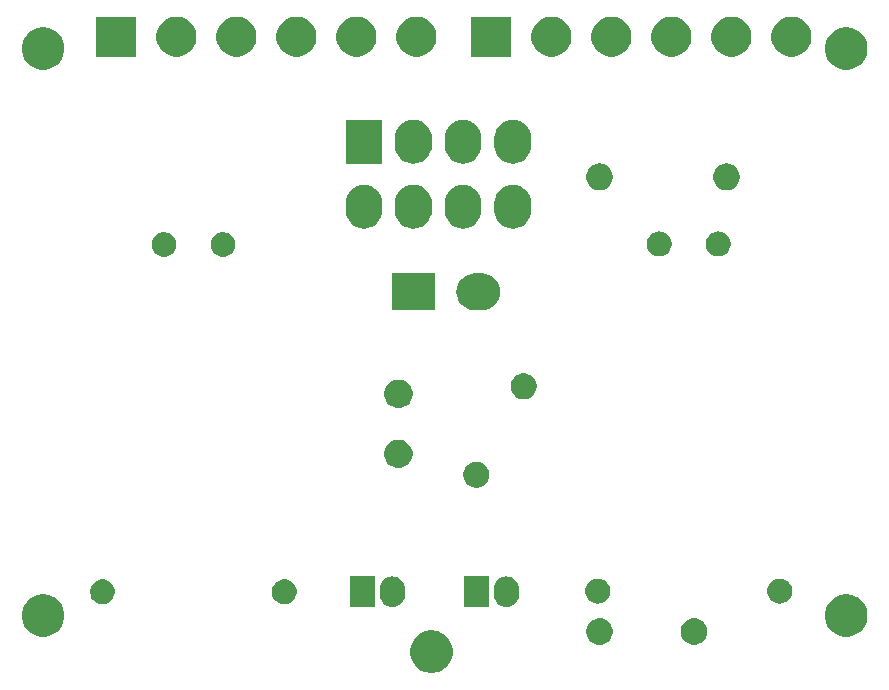
<source format=gts>
G04 #@! TF.GenerationSoftware,KiCad,Pcbnew,(5.0.2)-1*
G04 #@! TF.CreationDate,2019-01-12T13:13:32+01:00*
G04 #@! TF.ProjectId,P300_HiVolt,50333030-5f48-4695-966f-6c742e6b6963,rev?*
G04 #@! TF.SameCoordinates,Original*
G04 #@! TF.FileFunction,Soldermask,Top*
G04 #@! TF.FilePolarity,Negative*
%FSLAX46Y46*%
G04 Gerber Fmt 4.6, Leading zero omitted, Abs format (unit mm)*
G04 Created by KiCad (PCBNEW (5.0.2)-1) date 12.01.2019 13:13:32*
%MOMM*%
%LPD*%
G01*
G04 APERTURE LIST*
%ADD10C,0.100000*%
G04 APERTURE END LIST*
D10*
G36*
X119789122Y-113816115D02*
X119905041Y-113839173D01*
X120232620Y-113974861D01*
X120412630Y-114095140D01*
X120527436Y-114171851D01*
X120778149Y-114422564D01*
X120975140Y-114717382D01*
X121110827Y-115044960D01*
X121180000Y-115392714D01*
X121180000Y-115747286D01*
X121110827Y-116095040D01*
X120975140Y-116422618D01*
X120778149Y-116717436D01*
X120527436Y-116968149D01*
X120527433Y-116968151D01*
X120232620Y-117165139D01*
X119905041Y-117300827D01*
X119789122Y-117323885D01*
X119557286Y-117370000D01*
X119202714Y-117370000D01*
X118970878Y-117323885D01*
X118854959Y-117300827D01*
X118527380Y-117165139D01*
X118232567Y-116968151D01*
X118232564Y-116968149D01*
X117981851Y-116717436D01*
X117784860Y-116422618D01*
X117649173Y-116095040D01*
X117580000Y-115747286D01*
X117580000Y-115392714D01*
X117649173Y-115044960D01*
X117784860Y-114717382D01*
X117981851Y-114422564D01*
X118232564Y-114171851D01*
X118347370Y-114095140D01*
X118527380Y-113974861D01*
X118854959Y-113839173D01*
X118970878Y-113816115D01*
X119202714Y-113770000D01*
X119557286Y-113770000D01*
X119789122Y-113816115D01*
X119789122Y-113816115D01*
G37*
G36*
X141823621Y-112752370D02*
X141954609Y-112778425D01*
X142160256Y-112863607D01*
X142345333Y-112987271D01*
X142502729Y-113144667D01*
X142626393Y-113329744D01*
X142711575Y-113535391D01*
X142755000Y-113753705D01*
X142755000Y-113976295D01*
X142711575Y-114194609D01*
X142626393Y-114400256D01*
X142502729Y-114585333D01*
X142345333Y-114742729D01*
X142160256Y-114866393D01*
X141954609Y-114951575D01*
X141823621Y-114977630D01*
X141736297Y-114995000D01*
X141513703Y-114995000D01*
X141426379Y-114977630D01*
X141295391Y-114951575D01*
X141089744Y-114866393D01*
X140904667Y-114742729D01*
X140747271Y-114585333D01*
X140623607Y-114400256D01*
X140538425Y-114194609D01*
X140495000Y-113976295D01*
X140495000Y-113753705D01*
X140538425Y-113535391D01*
X140623607Y-113329744D01*
X140747271Y-113144667D01*
X140904667Y-112987271D01*
X141089744Y-112863607D01*
X141295391Y-112778425D01*
X141426379Y-112752370D01*
X141513703Y-112735000D01*
X141736297Y-112735000D01*
X141823621Y-112752370D01*
X141823621Y-112752370D01*
G37*
G36*
X133823621Y-112752370D02*
X133954609Y-112778425D01*
X134160256Y-112863607D01*
X134345333Y-112987271D01*
X134502729Y-113144667D01*
X134626393Y-113329744D01*
X134711575Y-113535391D01*
X134755000Y-113753705D01*
X134755000Y-113976295D01*
X134711575Y-114194609D01*
X134626393Y-114400256D01*
X134502729Y-114585333D01*
X134345333Y-114742729D01*
X134160256Y-114866393D01*
X133954609Y-114951575D01*
X133823621Y-114977630D01*
X133736297Y-114995000D01*
X133513703Y-114995000D01*
X133426379Y-114977630D01*
X133295391Y-114951575D01*
X133089744Y-114866393D01*
X132904667Y-114742729D01*
X132747271Y-114585333D01*
X132623607Y-114400256D01*
X132538425Y-114194609D01*
X132495000Y-113976295D01*
X132495000Y-113753705D01*
X132538425Y-113535391D01*
X132623607Y-113329744D01*
X132747271Y-113144667D01*
X132904667Y-112987271D01*
X133089744Y-112863607D01*
X133295391Y-112778425D01*
X133426379Y-112752370D01*
X133513703Y-112735000D01*
X133736297Y-112735000D01*
X133823621Y-112752370D01*
X133823621Y-112752370D01*
G37*
G36*
X154909122Y-110746115D02*
X155025041Y-110769173D01*
X155352620Y-110904861D01*
X155389875Y-110929754D01*
X155647436Y-111101851D01*
X155898149Y-111352564D01*
X156095140Y-111647382D01*
X156230827Y-111974960D01*
X156300000Y-112322714D01*
X156300000Y-112677286D01*
X156230827Y-113025040D01*
X156095140Y-113352618D01*
X155898149Y-113647436D01*
X155647436Y-113898149D01*
X155647433Y-113898151D01*
X155352620Y-114095139D01*
X155025041Y-114230827D01*
X154909122Y-114253885D01*
X154677286Y-114300000D01*
X154322714Y-114300000D01*
X154090878Y-114253885D01*
X153974959Y-114230827D01*
X153647380Y-114095139D01*
X153352567Y-113898151D01*
X153352564Y-113898149D01*
X153101851Y-113647436D01*
X152904860Y-113352618D01*
X152769173Y-113025040D01*
X152700000Y-112677286D01*
X152700000Y-112322714D01*
X152769173Y-111974960D01*
X152904860Y-111647382D01*
X153101851Y-111352564D01*
X153352564Y-111101851D01*
X153610125Y-110929754D01*
X153647380Y-110904861D01*
X153974959Y-110769173D01*
X154090878Y-110746115D01*
X154322714Y-110700000D01*
X154677286Y-110700000D01*
X154909122Y-110746115D01*
X154909122Y-110746115D01*
G37*
G36*
X86909122Y-110746115D02*
X87025041Y-110769173D01*
X87352620Y-110904861D01*
X87389875Y-110929754D01*
X87647436Y-111101851D01*
X87898149Y-111352564D01*
X88095140Y-111647382D01*
X88230827Y-111974960D01*
X88300000Y-112322714D01*
X88300000Y-112677286D01*
X88230827Y-113025040D01*
X88095140Y-113352618D01*
X87898149Y-113647436D01*
X87647436Y-113898149D01*
X87647433Y-113898151D01*
X87352620Y-114095139D01*
X87025041Y-114230827D01*
X86909122Y-114253885D01*
X86677286Y-114300000D01*
X86322714Y-114300000D01*
X86090878Y-114253885D01*
X85974959Y-114230827D01*
X85647380Y-114095139D01*
X85352567Y-113898151D01*
X85352564Y-113898149D01*
X85101851Y-113647436D01*
X84904860Y-113352618D01*
X84769173Y-113025040D01*
X84700000Y-112677286D01*
X84700000Y-112322714D01*
X84769173Y-111974960D01*
X84904860Y-111647382D01*
X85101851Y-111352564D01*
X85352564Y-111101851D01*
X85610125Y-110929754D01*
X85647380Y-110904861D01*
X85974959Y-110769173D01*
X86090878Y-110746115D01*
X86322714Y-110700000D01*
X86677286Y-110700000D01*
X86909122Y-110746115D01*
X86909122Y-110746115D01*
G37*
G36*
X125939756Y-109205482D02*
X126088970Y-109250746D01*
X126141455Y-109266667D01*
X126327336Y-109366022D01*
X126490265Y-109499735D01*
X126623978Y-109662663D01*
X126723333Y-109848544D01*
X126739254Y-109901029D01*
X126784518Y-110050243D01*
X126800000Y-110207436D01*
X126800000Y-110772563D01*
X126784518Y-110929756D01*
X126767043Y-110987362D01*
X126723333Y-111131455D01*
X126623978Y-111317337D01*
X126490265Y-111480265D01*
X126327337Y-111613978D01*
X126141456Y-111713333D01*
X126088971Y-111729254D01*
X125939757Y-111774518D01*
X125730000Y-111795177D01*
X125520244Y-111774518D01*
X125371030Y-111729254D01*
X125318545Y-111713333D01*
X125132664Y-111613978D01*
X124969736Y-111480265D01*
X124836024Y-111317338D01*
X124736666Y-111131453D01*
X124716271Y-111064220D01*
X124675482Y-110929757D01*
X124660000Y-110772564D01*
X124660000Y-110207437D01*
X124675482Y-110050244D01*
X124736666Y-109848549D01*
X124736667Y-109848545D01*
X124836022Y-109662664D01*
X124969735Y-109499735D01*
X125132663Y-109366022D01*
X125318544Y-109266667D01*
X125371029Y-109250746D01*
X125520243Y-109205482D01*
X125730000Y-109184823D01*
X125939756Y-109205482D01*
X125939756Y-109205482D01*
G37*
G36*
X116287756Y-109205482D02*
X116436970Y-109250746D01*
X116489455Y-109266667D01*
X116675336Y-109366022D01*
X116838265Y-109499735D01*
X116971978Y-109662663D01*
X117071333Y-109848544D01*
X117087254Y-109901029D01*
X117132518Y-110050243D01*
X117148000Y-110207436D01*
X117148000Y-110772563D01*
X117132518Y-110929756D01*
X117115043Y-110987362D01*
X117071333Y-111131455D01*
X116971978Y-111317337D01*
X116838265Y-111480265D01*
X116675337Y-111613978D01*
X116489456Y-111713333D01*
X116436971Y-111729254D01*
X116287757Y-111774518D01*
X116078000Y-111795177D01*
X115868244Y-111774518D01*
X115719030Y-111729254D01*
X115666545Y-111713333D01*
X115480664Y-111613978D01*
X115317736Y-111480265D01*
X115184024Y-111317338D01*
X115084666Y-111131453D01*
X115064271Y-111064220D01*
X115023482Y-110929757D01*
X115008000Y-110772564D01*
X115008000Y-110207437D01*
X115023482Y-110050244D01*
X115084666Y-109848549D01*
X115084667Y-109848545D01*
X115184022Y-109662664D01*
X115317735Y-109499735D01*
X115480663Y-109366022D01*
X115666544Y-109266667D01*
X115719029Y-109250746D01*
X115868243Y-109205482D01*
X116078000Y-109184823D01*
X116287756Y-109205482D01*
X116287756Y-109205482D01*
G37*
G36*
X124260000Y-111790000D02*
X122120000Y-111790000D01*
X122120000Y-109190000D01*
X124260000Y-109190000D01*
X124260000Y-111790000D01*
X124260000Y-111790000D01*
G37*
G36*
X114608000Y-111790000D02*
X112468000Y-111790000D01*
X112468000Y-109190000D01*
X114608000Y-109190000D01*
X114608000Y-111790000D01*
X114608000Y-111790000D01*
G37*
G36*
X107059888Y-109444470D02*
X107240274Y-109480350D01*
X107431362Y-109559502D01*
X107603336Y-109674411D01*
X107749589Y-109820664D01*
X107864498Y-109992638D01*
X107943650Y-110183726D01*
X107984000Y-110386584D01*
X107984000Y-110593416D01*
X107943650Y-110796274D01*
X107864498Y-110987362D01*
X107749589Y-111159336D01*
X107603336Y-111305589D01*
X107431362Y-111420498D01*
X107240274Y-111499650D01*
X107059888Y-111535530D01*
X107037417Y-111540000D01*
X106830583Y-111540000D01*
X106808112Y-111535530D01*
X106627726Y-111499650D01*
X106436638Y-111420498D01*
X106264664Y-111305589D01*
X106118411Y-111159336D01*
X106003502Y-110987362D01*
X105924350Y-110796274D01*
X105884000Y-110593416D01*
X105884000Y-110386584D01*
X105924350Y-110183726D01*
X106003502Y-109992638D01*
X106118411Y-109820664D01*
X106264664Y-109674411D01*
X106436638Y-109559502D01*
X106627726Y-109480350D01*
X106808112Y-109444470D01*
X106830583Y-109440000D01*
X107037417Y-109440000D01*
X107059888Y-109444470D01*
X107059888Y-109444470D01*
G37*
G36*
X91659888Y-109444470D02*
X91840274Y-109480350D01*
X92031362Y-109559502D01*
X92203336Y-109674411D01*
X92349589Y-109820664D01*
X92464498Y-109992638D01*
X92543650Y-110183726D01*
X92584000Y-110386584D01*
X92584000Y-110593416D01*
X92543650Y-110796274D01*
X92464498Y-110987362D01*
X92349589Y-111159336D01*
X92203336Y-111305589D01*
X92031362Y-111420498D01*
X91840274Y-111499650D01*
X91659888Y-111535530D01*
X91637417Y-111540000D01*
X91430583Y-111540000D01*
X91408112Y-111535530D01*
X91227726Y-111499650D01*
X91036638Y-111420498D01*
X90864664Y-111305589D01*
X90718411Y-111159336D01*
X90603502Y-110987362D01*
X90524350Y-110796274D01*
X90484000Y-110593416D01*
X90484000Y-110386584D01*
X90524350Y-110183726D01*
X90603502Y-109992638D01*
X90718411Y-109820664D01*
X90864664Y-109674411D01*
X91036638Y-109559502D01*
X91227726Y-109480350D01*
X91408112Y-109444470D01*
X91430583Y-109440000D01*
X91637417Y-109440000D01*
X91659888Y-109444470D01*
X91659888Y-109444470D01*
G37*
G36*
X148989888Y-109394470D02*
X149170274Y-109430350D01*
X149361362Y-109509502D01*
X149533336Y-109624411D01*
X149679589Y-109770664D01*
X149794498Y-109942638D01*
X149873650Y-110133726D01*
X149914000Y-110336584D01*
X149914000Y-110543416D01*
X149873650Y-110746274D01*
X149794498Y-110937362D01*
X149679589Y-111109336D01*
X149533336Y-111255589D01*
X149361362Y-111370498D01*
X149170274Y-111449650D01*
X148989888Y-111485530D01*
X148967417Y-111490000D01*
X148760583Y-111490000D01*
X148738112Y-111485530D01*
X148557726Y-111449650D01*
X148366638Y-111370498D01*
X148194664Y-111255589D01*
X148048411Y-111109336D01*
X147933502Y-110937362D01*
X147854350Y-110746274D01*
X147814000Y-110543416D01*
X147814000Y-110336584D01*
X147854350Y-110133726D01*
X147933502Y-109942638D01*
X148048411Y-109770664D01*
X148194664Y-109624411D01*
X148366638Y-109509502D01*
X148557726Y-109430350D01*
X148738112Y-109394470D01*
X148760583Y-109390000D01*
X148967417Y-109390000D01*
X148989888Y-109394470D01*
X148989888Y-109394470D01*
G37*
G36*
X133589888Y-109394470D02*
X133770274Y-109430350D01*
X133961362Y-109509502D01*
X134133336Y-109624411D01*
X134279589Y-109770664D01*
X134394498Y-109942638D01*
X134473650Y-110133726D01*
X134514000Y-110336584D01*
X134514000Y-110543416D01*
X134473650Y-110746274D01*
X134394498Y-110937362D01*
X134279589Y-111109336D01*
X134133336Y-111255589D01*
X133961362Y-111370498D01*
X133770274Y-111449650D01*
X133589888Y-111485530D01*
X133567417Y-111490000D01*
X133360583Y-111490000D01*
X133338112Y-111485530D01*
X133157726Y-111449650D01*
X132966638Y-111370498D01*
X132794664Y-111255589D01*
X132648411Y-111109336D01*
X132533502Y-110937362D01*
X132454350Y-110746274D01*
X132414000Y-110543416D01*
X132414000Y-110336584D01*
X132454350Y-110133726D01*
X132533502Y-109942638D01*
X132648411Y-109770664D01*
X132794664Y-109624411D01*
X132966638Y-109509502D01*
X133157726Y-109430350D01*
X133338112Y-109394470D01*
X133360583Y-109390000D01*
X133567417Y-109390000D01*
X133589888Y-109394470D01*
X133589888Y-109394470D01*
G37*
G36*
X123510857Y-99526272D02*
X123711042Y-99609191D01*
X123891213Y-99729578D01*
X124044422Y-99882787D01*
X124044424Y-99882790D01*
X124044425Y-99882791D01*
X124126751Y-100006000D01*
X124164809Y-100062958D01*
X124247728Y-100263143D01*
X124290000Y-100475658D01*
X124290000Y-100692342D01*
X124247728Y-100904857D01*
X124164809Y-101105042D01*
X124044422Y-101285213D01*
X123891213Y-101438422D01*
X123711042Y-101558809D01*
X123510857Y-101641728D01*
X123298342Y-101684000D01*
X123081658Y-101684000D01*
X122869143Y-101641728D01*
X122668958Y-101558809D01*
X122488787Y-101438422D01*
X122335578Y-101285213D01*
X122215191Y-101105042D01*
X122132272Y-100904857D01*
X122090000Y-100692342D01*
X122090000Y-100475658D01*
X122132272Y-100263143D01*
X122215191Y-100062958D01*
X122253249Y-100006000D01*
X122335575Y-99882791D01*
X122335576Y-99882790D01*
X122335578Y-99882787D01*
X122488787Y-99729578D01*
X122668958Y-99609191D01*
X122869143Y-99526272D01*
X123081658Y-99484000D01*
X123298342Y-99484000D01*
X123510857Y-99526272D01*
X123510857Y-99526272D01*
G37*
G36*
X116936026Y-97652115D02*
X117154412Y-97742573D01*
X117350958Y-97873901D01*
X117518099Y-98041042D01*
X117649427Y-98237588D01*
X117739885Y-98455974D01*
X117786000Y-98687809D01*
X117786000Y-98924191D01*
X117739885Y-99156026D01*
X117649427Y-99374412D01*
X117518099Y-99570958D01*
X117350958Y-99738099D01*
X117154412Y-99869427D01*
X116936026Y-99959885D01*
X116704191Y-100006000D01*
X116467809Y-100006000D01*
X116235974Y-99959885D01*
X116017588Y-99869427D01*
X115821042Y-99738099D01*
X115653901Y-99570958D01*
X115522573Y-99374412D01*
X115432115Y-99156026D01*
X115386000Y-98924191D01*
X115386000Y-98687809D01*
X115432115Y-98455974D01*
X115522573Y-98237588D01*
X115653901Y-98041042D01*
X115821042Y-97873901D01*
X116017588Y-97742573D01*
X116235974Y-97652115D01*
X116467809Y-97606000D01*
X116704191Y-97606000D01*
X116936026Y-97652115D01*
X116936026Y-97652115D01*
G37*
G36*
X116946026Y-92572115D02*
X117164412Y-92662573D01*
X117360958Y-92793901D01*
X117528099Y-92961042D01*
X117659427Y-93157588D01*
X117749885Y-93375974D01*
X117796000Y-93607809D01*
X117796000Y-93844191D01*
X117749885Y-94076026D01*
X117659427Y-94294412D01*
X117528099Y-94490958D01*
X117360958Y-94658099D01*
X117164412Y-94789427D01*
X116946026Y-94879885D01*
X116714191Y-94926000D01*
X116477809Y-94926000D01*
X116245974Y-94879885D01*
X116027588Y-94789427D01*
X115831042Y-94658099D01*
X115663901Y-94490958D01*
X115532573Y-94294412D01*
X115442115Y-94076026D01*
X115396000Y-93844191D01*
X115396000Y-93607809D01*
X115442115Y-93375974D01*
X115532573Y-93157588D01*
X115663901Y-92961042D01*
X115831042Y-92793901D01*
X116027588Y-92662573D01*
X116245974Y-92572115D01*
X116477809Y-92526000D01*
X116714191Y-92526000D01*
X116946026Y-92572115D01*
X116946026Y-92572115D01*
G37*
G36*
X127510857Y-92026272D02*
X127711042Y-92109191D01*
X127891213Y-92229578D01*
X128044422Y-92382787D01*
X128164809Y-92562958D01*
X128247728Y-92763143D01*
X128290000Y-92975658D01*
X128290000Y-93192342D01*
X128247728Y-93404857D01*
X128164809Y-93605042D01*
X128044422Y-93785213D01*
X127891213Y-93938422D01*
X127711042Y-94058809D01*
X127510857Y-94141728D01*
X127298342Y-94184000D01*
X127081658Y-94184000D01*
X126869143Y-94141728D01*
X126668958Y-94058809D01*
X126488787Y-93938422D01*
X126335578Y-93785213D01*
X126215191Y-93605042D01*
X126132272Y-93404857D01*
X126090000Y-93192342D01*
X126090000Y-92975658D01*
X126132272Y-92763143D01*
X126215191Y-92562958D01*
X126335578Y-92382787D01*
X126488787Y-92229578D01*
X126668958Y-92109191D01*
X126869143Y-92026272D01*
X127081658Y-91984000D01*
X127298342Y-91984000D01*
X127510857Y-92026272D01*
X127510857Y-92026272D01*
G37*
G36*
X119706000Y-86640000D02*
X116006000Y-86640000D01*
X116006000Y-83540000D01*
X119706000Y-83540000D01*
X119706000Y-86640000D01*
X119706000Y-86640000D01*
G37*
G36*
X123959854Y-83562427D02*
X124252027Y-83651058D01*
X124252029Y-83651059D01*
X124521300Y-83794987D01*
X124521302Y-83794988D01*
X124521301Y-83794988D01*
X124757318Y-83988682D01*
X124951012Y-84224699D01*
X125094942Y-84493973D01*
X125183573Y-84786146D01*
X125213499Y-85090000D01*
X125183573Y-85393854D01*
X125094942Y-85686027D01*
X125094941Y-85686029D01*
X124951013Y-85955300D01*
X124757318Y-86191318D01*
X124521300Y-86385013D01*
X124252029Y-86528941D01*
X124252027Y-86528942D01*
X123959854Y-86617573D01*
X123732142Y-86640000D01*
X122979858Y-86640000D01*
X122752146Y-86617573D01*
X122459973Y-86528942D01*
X122459971Y-86528941D01*
X122190700Y-86385013D01*
X121954682Y-86191318D01*
X121760987Y-85955300D01*
X121617059Y-85686029D01*
X121617058Y-85686027D01*
X121528427Y-85393854D01*
X121498501Y-85090000D01*
X121528427Y-84786146D01*
X121617058Y-84493973D01*
X121760988Y-84224699D01*
X121954682Y-83988682D01*
X122190699Y-83794988D01*
X122190698Y-83794988D01*
X122190700Y-83794987D01*
X122459971Y-83651059D01*
X122459973Y-83651058D01*
X122752146Y-83562427D01*
X122979858Y-83540000D01*
X123732142Y-83540000D01*
X123959854Y-83562427D01*
X123959854Y-83562427D01*
G37*
G36*
X101859888Y-80044470D02*
X102040274Y-80080350D01*
X102231362Y-80159502D01*
X102403336Y-80274411D01*
X102549589Y-80420664D01*
X102664498Y-80592638D01*
X102743650Y-80783726D01*
X102784000Y-80986584D01*
X102784000Y-81193416D01*
X102743650Y-81396274D01*
X102664498Y-81587362D01*
X102549589Y-81759336D01*
X102403336Y-81905589D01*
X102231362Y-82020498D01*
X102040274Y-82099650D01*
X101859888Y-82135530D01*
X101837417Y-82140000D01*
X101630583Y-82140000D01*
X101608112Y-82135530D01*
X101427726Y-82099650D01*
X101236638Y-82020498D01*
X101064664Y-81905589D01*
X100918411Y-81759336D01*
X100803502Y-81587362D01*
X100724350Y-81396274D01*
X100684000Y-81193416D01*
X100684000Y-80986584D01*
X100724350Y-80783726D01*
X100803502Y-80592638D01*
X100918411Y-80420664D01*
X101064664Y-80274411D01*
X101236638Y-80159502D01*
X101427726Y-80080350D01*
X101608112Y-80044470D01*
X101630583Y-80040000D01*
X101837417Y-80040000D01*
X101859888Y-80044470D01*
X101859888Y-80044470D01*
G37*
G36*
X96859888Y-80044470D02*
X97040274Y-80080350D01*
X97231362Y-80159502D01*
X97403336Y-80274411D01*
X97549589Y-80420664D01*
X97664498Y-80592638D01*
X97743650Y-80783726D01*
X97784000Y-80986584D01*
X97784000Y-81193416D01*
X97743650Y-81396274D01*
X97664498Y-81587362D01*
X97549589Y-81759336D01*
X97403336Y-81905589D01*
X97231362Y-82020498D01*
X97040274Y-82099650D01*
X96859888Y-82135530D01*
X96837417Y-82140000D01*
X96630583Y-82140000D01*
X96608112Y-82135530D01*
X96427726Y-82099650D01*
X96236638Y-82020498D01*
X96064664Y-81905589D01*
X95918411Y-81759336D01*
X95803502Y-81587362D01*
X95724350Y-81396274D01*
X95684000Y-81193416D01*
X95684000Y-80986584D01*
X95724350Y-80783726D01*
X95803502Y-80592638D01*
X95918411Y-80420664D01*
X96064664Y-80274411D01*
X96236638Y-80159502D01*
X96427726Y-80080350D01*
X96608112Y-80044470D01*
X96630583Y-80040000D01*
X96837417Y-80040000D01*
X96859888Y-80044470D01*
X96859888Y-80044470D01*
G37*
G36*
X143789888Y-79994470D02*
X143970274Y-80030350D01*
X144161362Y-80109502D01*
X144333336Y-80224411D01*
X144479589Y-80370664D01*
X144594498Y-80542638D01*
X144673650Y-80733726D01*
X144714000Y-80936584D01*
X144714000Y-81143416D01*
X144673650Y-81346274D01*
X144594498Y-81537362D01*
X144479589Y-81709336D01*
X144333336Y-81855589D01*
X144161362Y-81970498D01*
X143970274Y-82049650D01*
X143789888Y-82085530D01*
X143767417Y-82090000D01*
X143560583Y-82090000D01*
X143538112Y-82085530D01*
X143357726Y-82049650D01*
X143166638Y-81970498D01*
X142994664Y-81855589D01*
X142848411Y-81709336D01*
X142733502Y-81537362D01*
X142654350Y-81346274D01*
X142614000Y-81143416D01*
X142614000Y-80936584D01*
X142654350Y-80733726D01*
X142733502Y-80542638D01*
X142848411Y-80370664D01*
X142994664Y-80224411D01*
X143166638Y-80109502D01*
X143357726Y-80030350D01*
X143538112Y-79994470D01*
X143560583Y-79990000D01*
X143767417Y-79990000D01*
X143789888Y-79994470D01*
X143789888Y-79994470D01*
G37*
G36*
X138789888Y-79994470D02*
X138970274Y-80030350D01*
X139161362Y-80109502D01*
X139333336Y-80224411D01*
X139479589Y-80370664D01*
X139594498Y-80542638D01*
X139673650Y-80733726D01*
X139714000Y-80936584D01*
X139714000Y-81143416D01*
X139673650Y-81346274D01*
X139594498Y-81537362D01*
X139479589Y-81709336D01*
X139333336Y-81855589D01*
X139161362Y-81970498D01*
X138970274Y-82049650D01*
X138789888Y-82085530D01*
X138767417Y-82090000D01*
X138560583Y-82090000D01*
X138538112Y-82085530D01*
X138357726Y-82049650D01*
X138166638Y-81970498D01*
X137994664Y-81855589D01*
X137848411Y-81709336D01*
X137733502Y-81537362D01*
X137654350Y-81346274D01*
X137614000Y-81143416D01*
X137614000Y-80936584D01*
X137654350Y-80733726D01*
X137733502Y-80542638D01*
X137848411Y-80370664D01*
X137994664Y-80224411D01*
X138166638Y-80109502D01*
X138357726Y-80030350D01*
X138538112Y-79994470D01*
X138560583Y-79990000D01*
X138767417Y-79990000D01*
X138789888Y-79994470D01*
X138789888Y-79994470D01*
G37*
G36*
X113968853Y-76062427D02*
X114261026Y-76151058D01*
X114530301Y-76294988D01*
X114617307Y-76366392D01*
X114766318Y-76488682D01*
X114960013Y-76724700D01*
X115103941Y-76993971D01*
X115103942Y-76993973D01*
X115192573Y-77286146D01*
X115215000Y-77513858D01*
X115215000Y-78266141D01*
X115192573Y-78493848D01*
X115192572Y-78493851D01*
X115192572Y-78493852D01*
X115103941Y-78786029D01*
X114960013Y-79055300D01*
X114766318Y-79291318D01*
X114530300Y-79485013D01*
X114261029Y-79628941D01*
X114261027Y-79628942D01*
X113968854Y-79717573D01*
X113665000Y-79747499D01*
X113361147Y-79717573D01*
X113068974Y-79628942D01*
X112799699Y-79485012D01*
X112563682Y-79291318D01*
X112369988Y-79055301D01*
X112226058Y-78786027D01*
X112137427Y-78493854D01*
X112115000Y-78266142D01*
X112115000Y-77513859D01*
X112137427Y-77286147D01*
X112226058Y-76993974D01*
X112369988Y-76724699D01*
X112563682Y-76488682D01*
X112799699Y-76294988D01*
X112799698Y-76294988D01*
X112799700Y-76294987D01*
X113068971Y-76151059D01*
X113068973Y-76151058D01*
X113361146Y-76062427D01*
X113665000Y-76032501D01*
X113968853Y-76062427D01*
X113968853Y-76062427D01*
G37*
G36*
X118168853Y-76062427D02*
X118461026Y-76151058D01*
X118730301Y-76294988D01*
X118817307Y-76366392D01*
X118966318Y-76488682D01*
X119160013Y-76724700D01*
X119303941Y-76993971D01*
X119303942Y-76993973D01*
X119392573Y-77286146D01*
X119415000Y-77513858D01*
X119415000Y-78266141D01*
X119392573Y-78493848D01*
X119392572Y-78493851D01*
X119392572Y-78493852D01*
X119303941Y-78786029D01*
X119160013Y-79055300D01*
X118966318Y-79291318D01*
X118730300Y-79485013D01*
X118461029Y-79628941D01*
X118461027Y-79628942D01*
X118168854Y-79717573D01*
X117865000Y-79747499D01*
X117561147Y-79717573D01*
X117268974Y-79628942D01*
X116999699Y-79485012D01*
X116763682Y-79291318D01*
X116569988Y-79055301D01*
X116426058Y-78786027D01*
X116337427Y-78493854D01*
X116315000Y-78266142D01*
X116315000Y-77513859D01*
X116337427Y-77286147D01*
X116426058Y-76993974D01*
X116569988Y-76724699D01*
X116763682Y-76488682D01*
X116999699Y-76294988D01*
X116999698Y-76294988D01*
X116999700Y-76294987D01*
X117268971Y-76151059D01*
X117268973Y-76151058D01*
X117561146Y-76062427D01*
X117865000Y-76032501D01*
X118168853Y-76062427D01*
X118168853Y-76062427D01*
G37*
G36*
X126568853Y-76062427D02*
X126861026Y-76151058D01*
X127130301Y-76294988D01*
X127217307Y-76366392D01*
X127366318Y-76488682D01*
X127560013Y-76724700D01*
X127703941Y-76993971D01*
X127703942Y-76993973D01*
X127792573Y-77286146D01*
X127815000Y-77513858D01*
X127815000Y-78266141D01*
X127792573Y-78493848D01*
X127792572Y-78493851D01*
X127792572Y-78493852D01*
X127703941Y-78786029D01*
X127560013Y-79055300D01*
X127366318Y-79291318D01*
X127130300Y-79485013D01*
X126861029Y-79628941D01*
X126861027Y-79628942D01*
X126568854Y-79717573D01*
X126265000Y-79747499D01*
X125961147Y-79717573D01*
X125668974Y-79628942D01*
X125399699Y-79485012D01*
X125163682Y-79291318D01*
X124969988Y-79055301D01*
X124826058Y-78786027D01*
X124737427Y-78493854D01*
X124715000Y-78266142D01*
X124715000Y-77513859D01*
X124737427Y-77286147D01*
X124826058Y-76993974D01*
X124969988Y-76724699D01*
X125163682Y-76488682D01*
X125399699Y-76294988D01*
X125399698Y-76294988D01*
X125399700Y-76294987D01*
X125668971Y-76151059D01*
X125668973Y-76151058D01*
X125961146Y-76062427D01*
X126265000Y-76032501D01*
X126568853Y-76062427D01*
X126568853Y-76062427D01*
G37*
G36*
X122368853Y-76062427D02*
X122661026Y-76151058D01*
X122930301Y-76294988D01*
X123017307Y-76366392D01*
X123166318Y-76488682D01*
X123360013Y-76724700D01*
X123503941Y-76993971D01*
X123503942Y-76993973D01*
X123592573Y-77286146D01*
X123615000Y-77513858D01*
X123615000Y-78266141D01*
X123592573Y-78493848D01*
X123592572Y-78493851D01*
X123592572Y-78493852D01*
X123503941Y-78786029D01*
X123360013Y-79055300D01*
X123166318Y-79291318D01*
X122930300Y-79485013D01*
X122661029Y-79628941D01*
X122661027Y-79628942D01*
X122368854Y-79717573D01*
X122065000Y-79747499D01*
X121761147Y-79717573D01*
X121468974Y-79628942D01*
X121199699Y-79485012D01*
X120963682Y-79291318D01*
X120769988Y-79055301D01*
X120626058Y-78786027D01*
X120537427Y-78493854D01*
X120515000Y-78266142D01*
X120515000Y-77513859D01*
X120537427Y-77286147D01*
X120626058Y-76993974D01*
X120769988Y-76724699D01*
X120963682Y-76488682D01*
X121199699Y-76294988D01*
X121199698Y-76294988D01*
X121199700Y-76294987D01*
X121468971Y-76151059D01*
X121468973Y-76151058D01*
X121761146Y-76062427D01*
X122065000Y-76032501D01*
X122368853Y-76062427D01*
X122368853Y-76062427D01*
G37*
G36*
X133823621Y-74252370D02*
X133954609Y-74278425D01*
X134160256Y-74363607D01*
X134345333Y-74487271D01*
X134502729Y-74644667D01*
X134626393Y-74829744D01*
X134711575Y-75035391D01*
X134755000Y-75253705D01*
X134755000Y-75476295D01*
X134711575Y-75694609D01*
X134626393Y-75900256D01*
X134502729Y-76085333D01*
X134345333Y-76242729D01*
X134160256Y-76366393D01*
X133954609Y-76451575D01*
X133823621Y-76477630D01*
X133736297Y-76495000D01*
X133513703Y-76495000D01*
X133426379Y-76477630D01*
X133295391Y-76451575D01*
X133089744Y-76366393D01*
X132904667Y-76242729D01*
X132747271Y-76085333D01*
X132623607Y-75900256D01*
X132538425Y-75694609D01*
X132495000Y-75476295D01*
X132495000Y-75253705D01*
X132538425Y-75035391D01*
X132623607Y-74829744D01*
X132747271Y-74644667D01*
X132904667Y-74487271D01*
X133089744Y-74363607D01*
X133295391Y-74278425D01*
X133426379Y-74252370D01*
X133513703Y-74235000D01*
X133736297Y-74235000D01*
X133823621Y-74252370D01*
X133823621Y-74252370D01*
G37*
G36*
X144573621Y-74252370D02*
X144704609Y-74278425D01*
X144910256Y-74363607D01*
X145095333Y-74487271D01*
X145252729Y-74644667D01*
X145376393Y-74829744D01*
X145461575Y-75035391D01*
X145505000Y-75253705D01*
X145505000Y-75476295D01*
X145461575Y-75694609D01*
X145376393Y-75900256D01*
X145252729Y-76085333D01*
X145095333Y-76242729D01*
X144910256Y-76366393D01*
X144704609Y-76451575D01*
X144573621Y-76477630D01*
X144486297Y-76495000D01*
X144263703Y-76495000D01*
X144176379Y-76477630D01*
X144045391Y-76451575D01*
X143839744Y-76366393D01*
X143654667Y-76242729D01*
X143497271Y-76085333D01*
X143373607Y-75900256D01*
X143288425Y-75694609D01*
X143245000Y-75476295D01*
X143245000Y-75253705D01*
X143288425Y-75035391D01*
X143373607Y-74829744D01*
X143497271Y-74644667D01*
X143654667Y-74487271D01*
X143839744Y-74363607D01*
X144045391Y-74278425D01*
X144176379Y-74252370D01*
X144263703Y-74235000D01*
X144486297Y-74235000D01*
X144573621Y-74252370D01*
X144573621Y-74252370D01*
G37*
G36*
X126568853Y-70562427D02*
X126861026Y-70651058D01*
X127130301Y-70794988D01*
X127366318Y-70988682D01*
X127560013Y-71224700D01*
X127703941Y-71493971D01*
X127703942Y-71493973D01*
X127792573Y-71786146D01*
X127815000Y-72013858D01*
X127815000Y-72766141D01*
X127792573Y-72993848D01*
X127792572Y-72993851D01*
X127792572Y-72993852D01*
X127703941Y-73286029D01*
X127560013Y-73555300D01*
X127366318Y-73791318D01*
X127130300Y-73985013D01*
X126861029Y-74128941D01*
X126861027Y-74128942D01*
X126568854Y-74217573D01*
X126265000Y-74247499D01*
X125961147Y-74217573D01*
X125668974Y-74128942D01*
X125399699Y-73985012D01*
X125163682Y-73791318D01*
X124969988Y-73555301D01*
X124826058Y-73286027D01*
X124737427Y-72993854D01*
X124715000Y-72766142D01*
X124715000Y-72013859D01*
X124737427Y-71786147D01*
X124826058Y-71493974D01*
X124969988Y-71224699D01*
X125163682Y-70988682D01*
X125399699Y-70794988D01*
X125399698Y-70794988D01*
X125399700Y-70794987D01*
X125668971Y-70651059D01*
X125668973Y-70651058D01*
X125961146Y-70562427D01*
X126265000Y-70532501D01*
X126568853Y-70562427D01*
X126568853Y-70562427D01*
G37*
G36*
X122368853Y-70562427D02*
X122661026Y-70651058D01*
X122930301Y-70794988D01*
X123166318Y-70988682D01*
X123360013Y-71224700D01*
X123503941Y-71493971D01*
X123503942Y-71493973D01*
X123592573Y-71786146D01*
X123615000Y-72013858D01*
X123615000Y-72766141D01*
X123592573Y-72993848D01*
X123592572Y-72993851D01*
X123592572Y-72993852D01*
X123503941Y-73286029D01*
X123360013Y-73555300D01*
X123166318Y-73791318D01*
X122930300Y-73985013D01*
X122661029Y-74128941D01*
X122661027Y-74128942D01*
X122368854Y-74217573D01*
X122065000Y-74247499D01*
X121761147Y-74217573D01*
X121468974Y-74128942D01*
X121199699Y-73985012D01*
X120963682Y-73791318D01*
X120769988Y-73555301D01*
X120626058Y-73286027D01*
X120537427Y-72993854D01*
X120515000Y-72766142D01*
X120515000Y-72013859D01*
X120537427Y-71786147D01*
X120626058Y-71493974D01*
X120769988Y-71224699D01*
X120963682Y-70988682D01*
X121199699Y-70794988D01*
X121199698Y-70794988D01*
X121199700Y-70794987D01*
X121468971Y-70651059D01*
X121468973Y-70651058D01*
X121761146Y-70562427D01*
X122065000Y-70532501D01*
X122368853Y-70562427D01*
X122368853Y-70562427D01*
G37*
G36*
X118168853Y-70562427D02*
X118461026Y-70651058D01*
X118730301Y-70794988D01*
X118966318Y-70988682D01*
X119160013Y-71224700D01*
X119303941Y-71493971D01*
X119303942Y-71493973D01*
X119392573Y-71786146D01*
X119415000Y-72013858D01*
X119415000Y-72766141D01*
X119392573Y-72993848D01*
X119392572Y-72993851D01*
X119392572Y-72993852D01*
X119303941Y-73286029D01*
X119160013Y-73555300D01*
X118966318Y-73791318D01*
X118730300Y-73985013D01*
X118461029Y-74128941D01*
X118461027Y-74128942D01*
X118168854Y-74217573D01*
X117865000Y-74247499D01*
X117561147Y-74217573D01*
X117268974Y-74128942D01*
X116999699Y-73985012D01*
X116763682Y-73791318D01*
X116569988Y-73555301D01*
X116426058Y-73286027D01*
X116337427Y-72993854D01*
X116315000Y-72766142D01*
X116315000Y-72013859D01*
X116337427Y-71786147D01*
X116426058Y-71493974D01*
X116569988Y-71224699D01*
X116763682Y-70988682D01*
X116999699Y-70794988D01*
X116999698Y-70794988D01*
X116999700Y-70794987D01*
X117268971Y-70651059D01*
X117268973Y-70651058D01*
X117561146Y-70562427D01*
X117865000Y-70532501D01*
X118168853Y-70562427D01*
X118168853Y-70562427D01*
G37*
G36*
X115215000Y-74240000D02*
X112115000Y-74240000D01*
X112115000Y-70540000D01*
X115215000Y-70540000D01*
X115215000Y-74240000D01*
X115215000Y-74240000D01*
G37*
G36*
X154909122Y-62746115D02*
X155025041Y-62769173D01*
X155352620Y-62904861D01*
X155501183Y-63004128D01*
X155647436Y-63101851D01*
X155898149Y-63352564D01*
X155898151Y-63352567D01*
X156095139Y-63647380D01*
X156230827Y-63974959D01*
X156234987Y-63995872D01*
X156300000Y-64322714D01*
X156300000Y-64677286D01*
X156230827Y-65025040D01*
X156095140Y-65352618D01*
X155898149Y-65647436D01*
X155647436Y-65898149D01*
X155647433Y-65898151D01*
X155352620Y-66095139D01*
X155025041Y-66230827D01*
X154909122Y-66253885D01*
X154677286Y-66300000D01*
X154322714Y-66300000D01*
X154090878Y-66253885D01*
X153974959Y-66230827D01*
X153647380Y-66095139D01*
X153352567Y-65898151D01*
X153352564Y-65898149D01*
X153101851Y-65647436D01*
X152904860Y-65352618D01*
X152769173Y-65025040D01*
X152700000Y-64677286D01*
X152700000Y-64322714D01*
X152765013Y-63995872D01*
X152769173Y-63974959D01*
X152904861Y-63647380D01*
X153101849Y-63352567D01*
X153101851Y-63352564D01*
X153352564Y-63101851D01*
X153498817Y-63004128D01*
X153647380Y-62904861D01*
X153974959Y-62769173D01*
X154090878Y-62746115D01*
X154322714Y-62700000D01*
X154677286Y-62700000D01*
X154909122Y-62746115D01*
X154909122Y-62746115D01*
G37*
G36*
X86909122Y-62746115D02*
X87025041Y-62769173D01*
X87352620Y-62904861D01*
X87501183Y-63004128D01*
X87647436Y-63101851D01*
X87898149Y-63352564D01*
X87898151Y-63352567D01*
X88095139Y-63647380D01*
X88230827Y-63974959D01*
X88234987Y-63995872D01*
X88300000Y-64322714D01*
X88300000Y-64677286D01*
X88230827Y-65025040D01*
X88095140Y-65352618D01*
X87898149Y-65647436D01*
X87647436Y-65898149D01*
X87647433Y-65898151D01*
X87352620Y-66095139D01*
X87025041Y-66230827D01*
X86909122Y-66253885D01*
X86677286Y-66300000D01*
X86322714Y-66300000D01*
X86090878Y-66253885D01*
X85974959Y-66230827D01*
X85647380Y-66095139D01*
X85352567Y-65898151D01*
X85352564Y-65898149D01*
X85101851Y-65647436D01*
X84904860Y-65352618D01*
X84769173Y-65025040D01*
X84700000Y-64677286D01*
X84700000Y-64322714D01*
X84765013Y-63995872D01*
X84769173Y-63974959D01*
X84904861Y-63647380D01*
X85101849Y-63352567D01*
X85101851Y-63352564D01*
X85352564Y-63101851D01*
X85498817Y-63004128D01*
X85647380Y-62904861D01*
X85974959Y-62769173D01*
X86090878Y-62746115D01*
X86322714Y-62700000D01*
X86677286Y-62700000D01*
X86909122Y-62746115D01*
X86909122Y-62746115D01*
G37*
G36*
X94410000Y-65200000D02*
X91010000Y-65200000D01*
X91010000Y-61800000D01*
X94410000Y-61800000D01*
X94410000Y-65200000D01*
X94410000Y-65200000D01*
G37*
G36*
X98176393Y-61843553D02*
X98285872Y-61865330D01*
X98595252Y-61993479D01*
X98873687Y-62179523D01*
X99110477Y-62416313D01*
X99296521Y-62694748D01*
X99424670Y-63004128D01*
X99490000Y-63332565D01*
X99490000Y-63667435D01*
X99424670Y-63995872D01*
X99296521Y-64305252D01*
X99110477Y-64583687D01*
X98873687Y-64820477D01*
X98595252Y-65006521D01*
X98285872Y-65134670D01*
X98176393Y-65156447D01*
X97957437Y-65200000D01*
X97622563Y-65200000D01*
X97403607Y-65156447D01*
X97294128Y-65134670D01*
X96984748Y-65006521D01*
X96706313Y-64820477D01*
X96469523Y-64583687D01*
X96283479Y-64305252D01*
X96155330Y-63995872D01*
X96090000Y-63667435D01*
X96090000Y-63332565D01*
X96155330Y-63004128D01*
X96283479Y-62694748D01*
X96469523Y-62416313D01*
X96706313Y-62179523D01*
X96984748Y-61993479D01*
X97294128Y-61865330D01*
X97403607Y-61843553D01*
X97622563Y-61800000D01*
X97957437Y-61800000D01*
X98176393Y-61843553D01*
X98176393Y-61843553D01*
G37*
G36*
X103256393Y-61843553D02*
X103365872Y-61865330D01*
X103675252Y-61993479D01*
X103953687Y-62179523D01*
X104190477Y-62416313D01*
X104376521Y-62694748D01*
X104504670Y-63004128D01*
X104570000Y-63332565D01*
X104570000Y-63667435D01*
X104504670Y-63995872D01*
X104376521Y-64305252D01*
X104190477Y-64583687D01*
X103953687Y-64820477D01*
X103675252Y-65006521D01*
X103365872Y-65134670D01*
X103256393Y-65156447D01*
X103037437Y-65200000D01*
X102702563Y-65200000D01*
X102483607Y-65156447D01*
X102374128Y-65134670D01*
X102064748Y-65006521D01*
X101786313Y-64820477D01*
X101549523Y-64583687D01*
X101363479Y-64305252D01*
X101235330Y-63995872D01*
X101170000Y-63667435D01*
X101170000Y-63332565D01*
X101235330Y-63004128D01*
X101363479Y-62694748D01*
X101549523Y-62416313D01*
X101786313Y-62179523D01*
X102064748Y-61993479D01*
X102374128Y-61865330D01*
X102483607Y-61843553D01*
X102702563Y-61800000D01*
X103037437Y-61800000D01*
X103256393Y-61843553D01*
X103256393Y-61843553D01*
G37*
G36*
X150246393Y-61843553D02*
X150355872Y-61865330D01*
X150665252Y-61993479D01*
X150943687Y-62179523D01*
X151180477Y-62416313D01*
X151366521Y-62694748D01*
X151494670Y-63004128D01*
X151560000Y-63332565D01*
X151560000Y-63667435D01*
X151494670Y-63995872D01*
X151366521Y-64305252D01*
X151180477Y-64583687D01*
X150943687Y-64820477D01*
X150665252Y-65006521D01*
X150355872Y-65134670D01*
X150246393Y-65156447D01*
X150027437Y-65200000D01*
X149692563Y-65200000D01*
X149473607Y-65156447D01*
X149364128Y-65134670D01*
X149054748Y-65006521D01*
X148776313Y-64820477D01*
X148539523Y-64583687D01*
X148353479Y-64305252D01*
X148225330Y-63995872D01*
X148160000Y-63667435D01*
X148160000Y-63332565D01*
X148225330Y-63004128D01*
X148353479Y-62694748D01*
X148539523Y-62416313D01*
X148776313Y-62179523D01*
X149054748Y-61993479D01*
X149364128Y-61865330D01*
X149473607Y-61843553D01*
X149692563Y-61800000D01*
X150027437Y-61800000D01*
X150246393Y-61843553D01*
X150246393Y-61843553D01*
G37*
G36*
X145166393Y-61843553D02*
X145275872Y-61865330D01*
X145585252Y-61993479D01*
X145863687Y-62179523D01*
X146100477Y-62416313D01*
X146286521Y-62694748D01*
X146414670Y-63004128D01*
X146480000Y-63332565D01*
X146480000Y-63667435D01*
X146414670Y-63995872D01*
X146286521Y-64305252D01*
X146100477Y-64583687D01*
X145863687Y-64820477D01*
X145585252Y-65006521D01*
X145275872Y-65134670D01*
X145166393Y-65156447D01*
X144947437Y-65200000D01*
X144612563Y-65200000D01*
X144393607Y-65156447D01*
X144284128Y-65134670D01*
X143974748Y-65006521D01*
X143696313Y-64820477D01*
X143459523Y-64583687D01*
X143273479Y-64305252D01*
X143145330Y-63995872D01*
X143080000Y-63667435D01*
X143080000Y-63332565D01*
X143145330Y-63004128D01*
X143273479Y-62694748D01*
X143459523Y-62416313D01*
X143696313Y-62179523D01*
X143974748Y-61993479D01*
X144284128Y-61865330D01*
X144393607Y-61843553D01*
X144612563Y-61800000D01*
X144947437Y-61800000D01*
X145166393Y-61843553D01*
X145166393Y-61843553D01*
G37*
G36*
X140086393Y-61843553D02*
X140195872Y-61865330D01*
X140505252Y-61993479D01*
X140783687Y-62179523D01*
X141020477Y-62416313D01*
X141206521Y-62694748D01*
X141334670Y-63004128D01*
X141400000Y-63332565D01*
X141400000Y-63667435D01*
X141334670Y-63995872D01*
X141206521Y-64305252D01*
X141020477Y-64583687D01*
X140783687Y-64820477D01*
X140505252Y-65006521D01*
X140195872Y-65134670D01*
X140086393Y-65156447D01*
X139867437Y-65200000D01*
X139532563Y-65200000D01*
X139313607Y-65156447D01*
X139204128Y-65134670D01*
X138894748Y-65006521D01*
X138616313Y-64820477D01*
X138379523Y-64583687D01*
X138193479Y-64305252D01*
X138065330Y-63995872D01*
X138000000Y-63667435D01*
X138000000Y-63332565D01*
X138065330Y-63004128D01*
X138193479Y-62694748D01*
X138379523Y-62416313D01*
X138616313Y-62179523D01*
X138894748Y-61993479D01*
X139204128Y-61865330D01*
X139313607Y-61843553D01*
X139532563Y-61800000D01*
X139867437Y-61800000D01*
X140086393Y-61843553D01*
X140086393Y-61843553D01*
G37*
G36*
X135006393Y-61843553D02*
X135115872Y-61865330D01*
X135425252Y-61993479D01*
X135703687Y-62179523D01*
X135940477Y-62416313D01*
X136126521Y-62694748D01*
X136254670Y-63004128D01*
X136320000Y-63332565D01*
X136320000Y-63667435D01*
X136254670Y-63995872D01*
X136126521Y-64305252D01*
X135940477Y-64583687D01*
X135703687Y-64820477D01*
X135425252Y-65006521D01*
X135115872Y-65134670D01*
X135006393Y-65156447D01*
X134787437Y-65200000D01*
X134452563Y-65200000D01*
X134233607Y-65156447D01*
X134124128Y-65134670D01*
X133814748Y-65006521D01*
X133536313Y-64820477D01*
X133299523Y-64583687D01*
X133113479Y-64305252D01*
X132985330Y-63995872D01*
X132920000Y-63667435D01*
X132920000Y-63332565D01*
X132985330Y-63004128D01*
X133113479Y-62694748D01*
X133299523Y-62416313D01*
X133536313Y-62179523D01*
X133814748Y-61993479D01*
X134124128Y-61865330D01*
X134233607Y-61843553D01*
X134452563Y-61800000D01*
X134787437Y-61800000D01*
X135006393Y-61843553D01*
X135006393Y-61843553D01*
G37*
G36*
X108336393Y-61843553D02*
X108445872Y-61865330D01*
X108755252Y-61993479D01*
X109033687Y-62179523D01*
X109270477Y-62416313D01*
X109456521Y-62694748D01*
X109584670Y-63004128D01*
X109650000Y-63332565D01*
X109650000Y-63667435D01*
X109584670Y-63995872D01*
X109456521Y-64305252D01*
X109270477Y-64583687D01*
X109033687Y-64820477D01*
X108755252Y-65006521D01*
X108445872Y-65134670D01*
X108336393Y-65156447D01*
X108117437Y-65200000D01*
X107782563Y-65200000D01*
X107563607Y-65156447D01*
X107454128Y-65134670D01*
X107144748Y-65006521D01*
X106866313Y-64820477D01*
X106629523Y-64583687D01*
X106443479Y-64305252D01*
X106315330Y-63995872D01*
X106250000Y-63667435D01*
X106250000Y-63332565D01*
X106315330Y-63004128D01*
X106443479Y-62694748D01*
X106629523Y-62416313D01*
X106866313Y-62179523D01*
X107144748Y-61993479D01*
X107454128Y-61865330D01*
X107563607Y-61843553D01*
X107782563Y-61800000D01*
X108117437Y-61800000D01*
X108336393Y-61843553D01*
X108336393Y-61843553D01*
G37*
G36*
X126160000Y-65200000D02*
X122760000Y-65200000D01*
X122760000Y-61800000D01*
X126160000Y-61800000D01*
X126160000Y-65200000D01*
X126160000Y-65200000D01*
G37*
G36*
X118496393Y-61843553D02*
X118605872Y-61865330D01*
X118915252Y-61993479D01*
X119193687Y-62179523D01*
X119430477Y-62416313D01*
X119616521Y-62694748D01*
X119744670Y-63004128D01*
X119810000Y-63332565D01*
X119810000Y-63667435D01*
X119744670Y-63995872D01*
X119616521Y-64305252D01*
X119430477Y-64583687D01*
X119193687Y-64820477D01*
X118915252Y-65006521D01*
X118605872Y-65134670D01*
X118496393Y-65156447D01*
X118277437Y-65200000D01*
X117942563Y-65200000D01*
X117723607Y-65156447D01*
X117614128Y-65134670D01*
X117304748Y-65006521D01*
X117026313Y-64820477D01*
X116789523Y-64583687D01*
X116603479Y-64305252D01*
X116475330Y-63995872D01*
X116410000Y-63667435D01*
X116410000Y-63332565D01*
X116475330Y-63004128D01*
X116603479Y-62694748D01*
X116789523Y-62416313D01*
X117026313Y-62179523D01*
X117304748Y-61993479D01*
X117614128Y-61865330D01*
X117723607Y-61843553D01*
X117942563Y-61800000D01*
X118277437Y-61800000D01*
X118496393Y-61843553D01*
X118496393Y-61843553D01*
G37*
G36*
X113416393Y-61843553D02*
X113525872Y-61865330D01*
X113835252Y-61993479D01*
X114113687Y-62179523D01*
X114350477Y-62416313D01*
X114536521Y-62694748D01*
X114664670Y-63004128D01*
X114730000Y-63332565D01*
X114730000Y-63667435D01*
X114664670Y-63995872D01*
X114536521Y-64305252D01*
X114350477Y-64583687D01*
X114113687Y-64820477D01*
X113835252Y-65006521D01*
X113525872Y-65134670D01*
X113416393Y-65156447D01*
X113197437Y-65200000D01*
X112862563Y-65200000D01*
X112643607Y-65156447D01*
X112534128Y-65134670D01*
X112224748Y-65006521D01*
X111946313Y-64820477D01*
X111709523Y-64583687D01*
X111523479Y-64305252D01*
X111395330Y-63995872D01*
X111330000Y-63667435D01*
X111330000Y-63332565D01*
X111395330Y-63004128D01*
X111523479Y-62694748D01*
X111709523Y-62416313D01*
X111946313Y-62179523D01*
X112224748Y-61993479D01*
X112534128Y-61865330D01*
X112643607Y-61843553D01*
X112862563Y-61800000D01*
X113197437Y-61800000D01*
X113416393Y-61843553D01*
X113416393Y-61843553D01*
G37*
G36*
X129926393Y-61843553D02*
X130035872Y-61865330D01*
X130345252Y-61993479D01*
X130623687Y-62179523D01*
X130860477Y-62416313D01*
X131046521Y-62694748D01*
X131174670Y-63004128D01*
X131240000Y-63332565D01*
X131240000Y-63667435D01*
X131174670Y-63995872D01*
X131046521Y-64305252D01*
X130860477Y-64583687D01*
X130623687Y-64820477D01*
X130345252Y-65006521D01*
X130035872Y-65134670D01*
X129926393Y-65156447D01*
X129707437Y-65200000D01*
X129372563Y-65200000D01*
X129153607Y-65156447D01*
X129044128Y-65134670D01*
X128734748Y-65006521D01*
X128456313Y-64820477D01*
X128219523Y-64583687D01*
X128033479Y-64305252D01*
X127905330Y-63995872D01*
X127840000Y-63667435D01*
X127840000Y-63332565D01*
X127905330Y-63004128D01*
X128033479Y-62694748D01*
X128219523Y-62416313D01*
X128456313Y-62179523D01*
X128734748Y-61993479D01*
X129044128Y-61865330D01*
X129153607Y-61843553D01*
X129372563Y-61800000D01*
X129707437Y-61800000D01*
X129926393Y-61843553D01*
X129926393Y-61843553D01*
G37*
M02*

</source>
